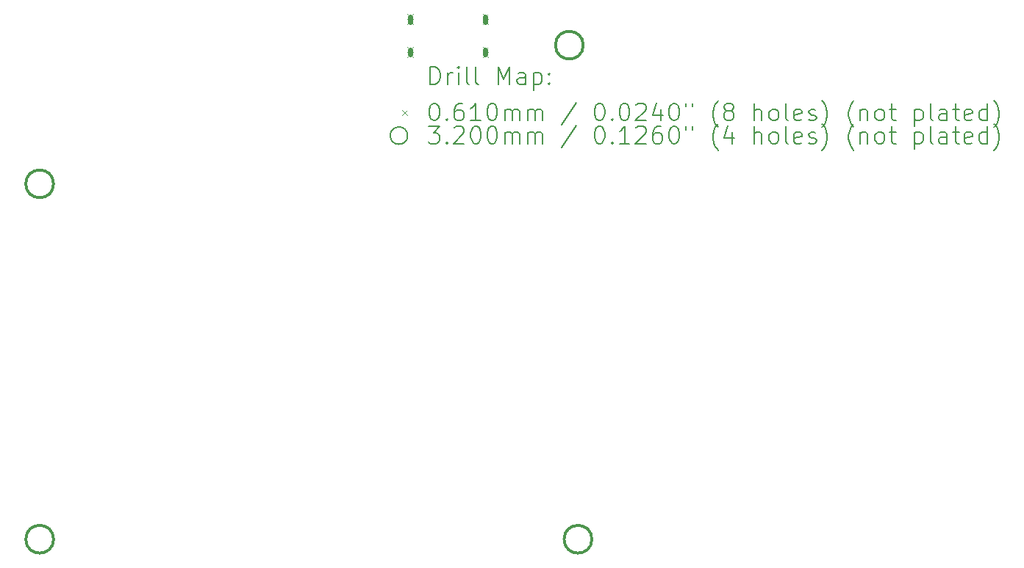
<source format=gbr>
%TF.GenerationSoftware,KiCad,Pcbnew,8.0.6*%
%TF.CreationDate,2025-02-02T12:34:47-05:00*%
%TF.ProjectId,Electrical schematic,456c6563-7472-4696-9361-6c2073636865,rev?*%
%TF.SameCoordinates,Original*%
%TF.FileFunction,Drillmap*%
%TF.FilePolarity,Positive*%
%FSLAX45Y45*%
G04 Gerber Fmt 4.5, Leading zero omitted, Abs format (unit mm)*
G04 Created by KiCad (PCBNEW 8.0.6) date 2025-02-02 12:34:47*
%MOMM*%
%LPD*%
G01*
G04 APERTURE LIST*
%ADD10C,0.609600*%
%ADD11C,0.200000*%
%ADD12C,0.100000*%
%ADD13C,0.320000*%
G04 APERTURE END LIST*
D10*
X15468000Y-8070790D02*
X15468000Y-8129210D01*
X15468000Y-8450790D02*
X15468000Y-8509210D01*
X16332000Y-8070790D02*
X16332000Y-8129210D01*
X16332000Y-8450790D02*
X16332000Y-8509210D01*
D11*
D12*
X15437520Y-8040310D02*
X15498480Y-8101270D01*
X15498480Y-8040310D02*
X15437520Y-8101270D01*
X15437520Y-8098730D02*
X15498480Y-8159690D01*
X15498480Y-8098730D02*
X15437520Y-8159690D01*
X15437520Y-8420310D02*
X15498480Y-8481270D01*
X15498480Y-8420310D02*
X15437520Y-8481270D01*
X15437520Y-8478730D02*
X15498480Y-8539690D01*
X15498480Y-8478730D02*
X15437520Y-8539690D01*
X16301520Y-8040310D02*
X16362480Y-8101270D01*
X16362480Y-8040310D02*
X16301520Y-8101270D01*
X16301520Y-8098730D02*
X16362480Y-8159690D01*
X16362480Y-8098730D02*
X16301520Y-8159690D01*
X16301520Y-8420310D02*
X16362480Y-8481270D01*
X16362480Y-8420310D02*
X16301520Y-8481270D01*
X16301520Y-8478730D02*
X16362480Y-8539690D01*
X16362480Y-8478730D02*
X16301520Y-8539690D01*
D13*
X11360000Y-10000000D02*
G75*
G02*
X11040000Y-10000000I-160000J0D01*
G01*
X11040000Y-10000000D02*
G75*
G02*
X11360000Y-10000000I160000J0D01*
G01*
X11360000Y-14100000D02*
G75*
G02*
X11040000Y-14100000I-160000J0D01*
G01*
X11040000Y-14100000D02*
G75*
G02*
X11360000Y-14100000I160000J0D01*
G01*
X17460000Y-8400000D02*
G75*
G02*
X17140000Y-8400000I-160000J0D01*
G01*
X17140000Y-8400000D02*
G75*
G02*
X17460000Y-8400000I160000J0D01*
G01*
X17560000Y-14100000D02*
G75*
G02*
X17240000Y-14100000I-160000J0D01*
G01*
X17240000Y-14100000D02*
G75*
G02*
X17560000Y-14100000I160000J0D01*
G01*
D11*
X15698297Y-8851174D02*
X15698297Y-8651174D01*
X15698297Y-8651174D02*
X15745916Y-8651174D01*
X15745916Y-8651174D02*
X15774487Y-8660698D01*
X15774487Y-8660698D02*
X15793535Y-8679745D01*
X15793535Y-8679745D02*
X15803059Y-8698793D01*
X15803059Y-8698793D02*
X15812582Y-8736888D01*
X15812582Y-8736888D02*
X15812582Y-8765459D01*
X15812582Y-8765459D02*
X15803059Y-8803555D01*
X15803059Y-8803555D02*
X15793535Y-8822602D01*
X15793535Y-8822602D02*
X15774487Y-8841650D01*
X15774487Y-8841650D02*
X15745916Y-8851174D01*
X15745916Y-8851174D02*
X15698297Y-8851174D01*
X15898297Y-8851174D02*
X15898297Y-8717840D01*
X15898297Y-8755936D02*
X15907821Y-8736888D01*
X15907821Y-8736888D02*
X15917344Y-8727364D01*
X15917344Y-8727364D02*
X15936392Y-8717840D01*
X15936392Y-8717840D02*
X15955440Y-8717840D01*
X16022106Y-8851174D02*
X16022106Y-8717840D01*
X16022106Y-8651174D02*
X16012582Y-8660698D01*
X16012582Y-8660698D02*
X16022106Y-8670221D01*
X16022106Y-8670221D02*
X16031630Y-8660698D01*
X16031630Y-8660698D02*
X16022106Y-8651174D01*
X16022106Y-8651174D02*
X16022106Y-8670221D01*
X16145916Y-8851174D02*
X16126868Y-8841650D01*
X16126868Y-8841650D02*
X16117344Y-8822602D01*
X16117344Y-8822602D02*
X16117344Y-8651174D01*
X16250678Y-8851174D02*
X16231630Y-8841650D01*
X16231630Y-8841650D02*
X16222106Y-8822602D01*
X16222106Y-8822602D02*
X16222106Y-8651174D01*
X16479249Y-8851174D02*
X16479249Y-8651174D01*
X16479249Y-8651174D02*
X16545916Y-8794031D01*
X16545916Y-8794031D02*
X16612582Y-8651174D01*
X16612582Y-8651174D02*
X16612582Y-8851174D01*
X16793535Y-8851174D02*
X16793535Y-8746412D01*
X16793535Y-8746412D02*
X16784011Y-8727364D01*
X16784011Y-8727364D02*
X16764963Y-8717840D01*
X16764963Y-8717840D02*
X16726868Y-8717840D01*
X16726868Y-8717840D02*
X16707821Y-8727364D01*
X16793535Y-8841650D02*
X16774487Y-8851174D01*
X16774487Y-8851174D02*
X16726868Y-8851174D01*
X16726868Y-8851174D02*
X16707821Y-8841650D01*
X16707821Y-8841650D02*
X16698297Y-8822602D01*
X16698297Y-8822602D02*
X16698297Y-8803555D01*
X16698297Y-8803555D02*
X16707821Y-8784507D01*
X16707821Y-8784507D02*
X16726868Y-8774983D01*
X16726868Y-8774983D02*
X16774487Y-8774983D01*
X16774487Y-8774983D02*
X16793535Y-8765459D01*
X16888773Y-8717840D02*
X16888773Y-8917840D01*
X16888773Y-8727364D02*
X16907821Y-8717840D01*
X16907821Y-8717840D02*
X16945916Y-8717840D01*
X16945916Y-8717840D02*
X16964964Y-8727364D01*
X16964964Y-8727364D02*
X16974487Y-8736888D01*
X16974487Y-8736888D02*
X16984011Y-8755936D01*
X16984011Y-8755936D02*
X16984011Y-8813078D01*
X16984011Y-8813078D02*
X16974487Y-8832126D01*
X16974487Y-8832126D02*
X16964964Y-8841650D01*
X16964964Y-8841650D02*
X16945916Y-8851174D01*
X16945916Y-8851174D02*
X16907821Y-8851174D01*
X16907821Y-8851174D02*
X16888773Y-8841650D01*
X17069725Y-8832126D02*
X17079249Y-8841650D01*
X17079249Y-8841650D02*
X17069725Y-8851174D01*
X17069725Y-8851174D02*
X17060202Y-8841650D01*
X17060202Y-8841650D02*
X17069725Y-8832126D01*
X17069725Y-8832126D02*
X17069725Y-8851174D01*
X17069725Y-8727364D02*
X17079249Y-8736888D01*
X17079249Y-8736888D02*
X17069725Y-8746412D01*
X17069725Y-8746412D02*
X17060202Y-8736888D01*
X17060202Y-8736888D02*
X17069725Y-8727364D01*
X17069725Y-8727364D02*
X17069725Y-8746412D01*
D12*
X15376560Y-9149210D02*
X15437520Y-9210170D01*
X15437520Y-9149210D02*
X15376560Y-9210170D01*
D11*
X15736392Y-9071174D02*
X15755440Y-9071174D01*
X15755440Y-9071174D02*
X15774487Y-9080698D01*
X15774487Y-9080698D02*
X15784011Y-9090221D01*
X15784011Y-9090221D02*
X15793535Y-9109269D01*
X15793535Y-9109269D02*
X15803059Y-9147364D01*
X15803059Y-9147364D02*
X15803059Y-9194983D01*
X15803059Y-9194983D02*
X15793535Y-9233078D01*
X15793535Y-9233078D02*
X15784011Y-9252126D01*
X15784011Y-9252126D02*
X15774487Y-9261650D01*
X15774487Y-9261650D02*
X15755440Y-9271174D01*
X15755440Y-9271174D02*
X15736392Y-9271174D01*
X15736392Y-9271174D02*
X15717344Y-9261650D01*
X15717344Y-9261650D02*
X15707821Y-9252126D01*
X15707821Y-9252126D02*
X15698297Y-9233078D01*
X15698297Y-9233078D02*
X15688773Y-9194983D01*
X15688773Y-9194983D02*
X15688773Y-9147364D01*
X15688773Y-9147364D02*
X15698297Y-9109269D01*
X15698297Y-9109269D02*
X15707821Y-9090221D01*
X15707821Y-9090221D02*
X15717344Y-9080698D01*
X15717344Y-9080698D02*
X15736392Y-9071174D01*
X15888773Y-9252126D02*
X15898297Y-9261650D01*
X15898297Y-9261650D02*
X15888773Y-9271174D01*
X15888773Y-9271174D02*
X15879249Y-9261650D01*
X15879249Y-9261650D02*
X15888773Y-9252126D01*
X15888773Y-9252126D02*
X15888773Y-9271174D01*
X16069725Y-9071174D02*
X16031630Y-9071174D01*
X16031630Y-9071174D02*
X16012582Y-9080698D01*
X16012582Y-9080698D02*
X16003059Y-9090221D01*
X16003059Y-9090221D02*
X15984011Y-9118793D01*
X15984011Y-9118793D02*
X15974487Y-9156888D01*
X15974487Y-9156888D02*
X15974487Y-9233078D01*
X15974487Y-9233078D02*
X15984011Y-9252126D01*
X15984011Y-9252126D02*
X15993535Y-9261650D01*
X15993535Y-9261650D02*
X16012582Y-9271174D01*
X16012582Y-9271174D02*
X16050678Y-9271174D01*
X16050678Y-9271174D02*
X16069725Y-9261650D01*
X16069725Y-9261650D02*
X16079249Y-9252126D01*
X16079249Y-9252126D02*
X16088773Y-9233078D01*
X16088773Y-9233078D02*
X16088773Y-9185459D01*
X16088773Y-9185459D02*
X16079249Y-9166412D01*
X16079249Y-9166412D02*
X16069725Y-9156888D01*
X16069725Y-9156888D02*
X16050678Y-9147364D01*
X16050678Y-9147364D02*
X16012582Y-9147364D01*
X16012582Y-9147364D02*
X15993535Y-9156888D01*
X15993535Y-9156888D02*
X15984011Y-9166412D01*
X15984011Y-9166412D02*
X15974487Y-9185459D01*
X16279249Y-9271174D02*
X16164963Y-9271174D01*
X16222106Y-9271174D02*
X16222106Y-9071174D01*
X16222106Y-9071174D02*
X16203059Y-9099745D01*
X16203059Y-9099745D02*
X16184011Y-9118793D01*
X16184011Y-9118793D02*
X16164963Y-9128317D01*
X16403059Y-9071174D02*
X16422106Y-9071174D01*
X16422106Y-9071174D02*
X16441154Y-9080698D01*
X16441154Y-9080698D02*
X16450678Y-9090221D01*
X16450678Y-9090221D02*
X16460202Y-9109269D01*
X16460202Y-9109269D02*
X16469725Y-9147364D01*
X16469725Y-9147364D02*
X16469725Y-9194983D01*
X16469725Y-9194983D02*
X16460202Y-9233078D01*
X16460202Y-9233078D02*
X16450678Y-9252126D01*
X16450678Y-9252126D02*
X16441154Y-9261650D01*
X16441154Y-9261650D02*
X16422106Y-9271174D01*
X16422106Y-9271174D02*
X16403059Y-9271174D01*
X16403059Y-9271174D02*
X16384011Y-9261650D01*
X16384011Y-9261650D02*
X16374487Y-9252126D01*
X16374487Y-9252126D02*
X16364963Y-9233078D01*
X16364963Y-9233078D02*
X16355440Y-9194983D01*
X16355440Y-9194983D02*
X16355440Y-9147364D01*
X16355440Y-9147364D02*
X16364963Y-9109269D01*
X16364963Y-9109269D02*
X16374487Y-9090221D01*
X16374487Y-9090221D02*
X16384011Y-9080698D01*
X16384011Y-9080698D02*
X16403059Y-9071174D01*
X16555440Y-9271174D02*
X16555440Y-9137840D01*
X16555440Y-9156888D02*
X16564963Y-9147364D01*
X16564963Y-9147364D02*
X16584011Y-9137840D01*
X16584011Y-9137840D02*
X16612583Y-9137840D01*
X16612583Y-9137840D02*
X16631630Y-9147364D01*
X16631630Y-9147364D02*
X16641154Y-9166412D01*
X16641154Y-9166412D02*
X16641154Y-9271174D01*
X16641154Y-9166412D02*
X16650678Y-9147364D01*
X16650678Y-9147364D02*
X16669725Y-9137840D01*
X16669725Y-9137840D02*
X16698297Y-9137840D01*
X16698297Y-9137840D02*
X16717344Y-9147364D01*
X16717344Y-9147364D02*
X16726868Y-9166412D01*
X16726868Y-9166412D02*
X16726868Y-9271174D01*
X16822106Y-9271174D02*
X16822106Y-9137840D01*
X16822106Y-9156888D02*
X16831630Y-9147364D01*
X16831630Y-9147364D02*
X16850678Y-9137840D01*
X16850678Y-9137840D02*
X16879249Y-9137840D01*
X16879249Y-9137840D02*
X16898297Y-9147364D01*
X16898297Y-9147364D02*
X16907821Y-9166412D01*
X16907821Y-9166412D02*
X16907821Y-9271174D01*
X16907821Y-9166412D02*
X16917345Y-9147364D01*
X16917345Y-9147364D02*
X16936392Y-9137840D01*
X16936392Y-9137840D02*
X16964964Y-9137840D01*
X16964964Y-9137840D02*
X16984011Y-9147364D01*
X16984011Y-9147364D02*
X16993535Y-9166412D01*
X16993535Y-9166412D02*
X16993535Y-9271174D01*
X17384011Y-9061650D02*
X17212583Y-9318793D01*
X17641154Y-9071174D02*
X17660202Y-9071174D01*
X17660202Y-9071174D02*
X17679249Y-9080698D01*
X17679249Y-9080698D02*
X17688773Y-9090221D01*
X17688773Y-9090221D02*
X17698297Y-9109269D01*
X17698297Y-9109269D02*
X17707821Y-9147364D01*
X17707821Y-9147364D02*
X17707821Y-9194983D01*
X17707821Y-9194983D02*
X17698297Y-9233078D01*
X17698297Y-9233078D02*
X17688773Y-9252126D01*
X17688773Y-9252126D02*
X17679249Y-9261650D01*
X17679249Y-9261650D02*
X17660202Y-9271174D01*
X17660202Y-9271174D02*
X17641154Y-9271174D01*
X17641154Y-9271174D02*
X17622107Y-9261650D01*
X17622107Y-9261650D02*
X17612583Y-9252126D01*
X17612583Y-9252126D02*
X17603059Y-9233078D01*
X17603059Y-9233078D02*
X17593535Y-9194983D01*
X17593535Y-9194983D02*
X17593535Y-9147364D01*
X17593535Y-9147364D02*
X17603059Y-9109269D01*
X17603059Y-9109269D02*
X17612583Y-9090221D01*
X17612583Y-9090221D02*
X17622107Y-9080698D01*
X17622107Y-9080698D02*
X17641154Y-9071174D01*
X17793535Y-9252126D02*
X17803059Y-9261650D01*
X17803059Y-9261650D02*
X17793535Y-9271174D01*
X17793535Y-9271174D02*
X17784011Y-9261650D01*
X17784011Y-9261650D02*
X17793535Y-9252126D01*
X17793535Y-9252126D02*
X17793535Y-9271174D01*
X17926868Y-9071174D02*
X17945916Y-9071174D01*
X17945916Y-9071174D02*
X17964964Y-9080698D01*
X17964964Y-9080698D02*
X17974488Y-9090221D01*
X17974488Y-9090221D02*
X17984011Y-9109269D01*
X17984011Y-9109269D02*
X17993535Y-9147364D01*
X17993535Y-9147364D02*
X17993535Y-9194983D01*
X17993535Y-9194983D02*
X17984011Y-9233078D01*
X17984011Y-9233078D02*
X17974488Y-9252126D01*
X17974488Y-9252126D02*
X17964964Y-9261650D01*
X17964964Y-9261650D02*
X17945916Y-9271174D01*
X17945916Y-9271174D02*
X17926868Y-9271174D01*
X17926868Y-9271174D02*
X17907821Y-9261650D01*
X17907821Y-9261650D02*
X17898297Y-9252126D01*
X17898297Y-9252126D02*
X17888773Y-9233078D01*
X17888773Y-9233078D02*
X17879249Y-9194983D01*
X17879249Y-9194983D02*
X17879249Y-9147364D01*
X17879249Y-9147364D02*
X17888773Y-9109269D01*
X17888773Y-9109269D02*
X17898297Y-9090221D01*
X17898297Y-9090221D02*
X17907821Y-9080698D01*
X17907821Y-9080698D02*
X17926868Y-9071174D01*
X18069726Y-9090221D02*
X18079249Y-9080698D01*
X18079249Y-9080698D02*
X18098297Y-9071174D01*
X18098297Y-9071174D02*
X18145916Y-9071174D01*
X18145916Y-9071174D02*
X18164964Y-9080698D01*
X18164964Y-9080698D02*
X18174488Y-9090221D01*
X18174488Y-9090221D02*
X18184011Y-9109269D01*
X18184011Y-9109269D02*
X18184011Y-9128317D01*
X18184011Y-9128317D02*
X18174488Y-9156888D01*
X18174488Y-9156888D02*
X18060202Y-9271174D01*
X18060202Y-9271174D02*
X18184011Y-9271174D01*
X18355440Y-9137840D02*
X18355440Y-9271174D01*
X18307821Y-9061650D02*
X18260202Y-9204507D01*
X18260202Y-9204507D02*
X18384011Y-9204507D01*
X18498297Y-9071174D02*
X18517345Y-9071174D01*
X18517345Y-9071174D02*
X18536392Y-9080698D01*
X18536392Y-9080698D02*
X18545916Y-9090221D01*
X18545916Y-9090221D02*
X18555440Y-9109269D01*
X18555440Y-9109269D02*
X18564964Y-9147364D01*
X18564964Y-9147364D02*
X18564964Y-9194983D01*
X18564964Y-9194983D02*
X18555440Y-9233078D01*
X18555440Y-9233078D02*
X18545916Y-9252126D01*
X18545916Y-9252126D02*
X18536392Y-9261650D01*
X18536392Y-9261650D02*
X18517345Y-9271174D01*
X18517345Y-9271174D02*
X18498297Y-9271174D01*
X18498297Y-9271174D02*
X18479249Y-9261650D01*
X18479249Y-9261650D02*
X18469726Y-9252126D01*
X18469726Y-9252126D02*
X18460202Y-9233078D01*
X18460202Y-9233078D02*
X18450678Y-9194983D01*
X18450678Y-9194983D02*
X18450678Y-9147364D01*
X18450678Y-9147364D02*
X18460202Y-9109269D01*
X18460202Y-9109269D02*
X18469726Y-9090221D01*
X18469726Y-9090221D02*
X18479249Y-9080698D01*
X18479249Y-9080698D02*
X18498297Y-9071174D01*
X18641154Y-9071174D02*
X18641154Y-9109269D01*
X18717345Y-9071174D02*
X18717345Y-9109269D01*
X19012583Y-9347364D02*
X19003059Y-9337840D01*
X19003059Y-9337840D02*
X18984011Y-9309269D01*
X18984011Y-9309269D02*
X18974488Y-9290221D01*
X18974488Y-9290221D02*
X18964964Y-9261650D01*
X18964964Y-9261650D02*
X18955440Y-9214031D01*
X18955440Y-9214031D02*
X18955440Y-9175936D01*
X18955440Y-9175936D02*
X18964964Y-9128317D01*
X18964964Y-9128317D02*
X18974488Y-9099745D01*
X18974488Y-9099745D02*
X18984011Y-9080698D01*
X18984011Y-9080698D02*
X19003059Y-9052126D01*
X19003059Y-9052126D02*
X19012583Y-9042602D01*
X19117345Y-9156888D02*
X19098297Y-9147364D01*
X19098297Y-9147364D02*
X19088773Y-9137840D01*
X19088773Y-9137840D02*
X19079250Y-9118793D01*
X19079250Y-9118793D02*
X19079250Y-9109269D01*
X19079250Y-9109269D02*
X19088773Y-9090221D01*
X19088773Y-9090221D02*
X19098297Y-9080698D01*
X19098297Y-9080698D02*
X19117345Y-9071174D01*
X19117345Y-9071174D02*
X19155440Y-9071174D01*
X19155440Y-9071174D02*
X19174488Y-9080698D01*
X19174488Y-9080698D02*
X19184011Y-9090221D01*
X19184011Y-9090221D02*
X19193535Y-9109269D01*
X19193535Y-9109269D02*
X19193535Y-9118793D01*
X19193535Y-9118793D02*
X19184011Y-9137840D01*
X19184011Y-9137840D02*
X19174488Y-9147364D01*
X19174488Y-9147364D02*
X19155440Y-9156888D01*
X19155440Y-9156888D02*
X19117345Y-9156888D01*
X19117345Y-9156888D02*
X19098297Y-9166412D01*
X19098297Y-9166412D02*
X19088773Y-9175936D01*
X19088773Y-9175936D02*
X19079250Y-9194983D01*
X19079250Y-9194983D02*
X19079250Y-9233078D01*
X19079250Y-9233078D02*
X19088773Y-9252126D01*
X19088773Y-9252126D02*
X19098297Y-9261650D01*
X19098297Y-9261650D02*
X19117345Y-9271174D01*
X19117345Y-9271174D02*
X19155440Y-9271174D01*
X19155440Y-9271174D02*
X19174488Y-9261650D01*
X19174488Y-9261650D02*
X19184011Y-9252126D01*
X19184011Y-9252126D02*
X19193535Y-9233078D01*
X19193535Y-9233078D02*
X19193535Y-9194983D01*
X19193535Y-9194983D02*
X19184011Y-9175936D01*
X19184011Y-9175936D02*
X19174488Y-9166412D01*
X19174488Y-9166412D02*
X19155440Y-9156888D01*
X19431631Y-9271174D02*
X19431631Y-9071174D01*
X19517345Y-9271174D02*
X19517345Y-9166412D01*
X19517345Y-9166412D02*
X19507821Y-9147364D01*
X19507821Y-9147364D02*
X19488773Y-9137840D01*
X19488773Y-9137840D02*
X19460202Y-9137840D01*
X19460202Y-9137840D02*
X19441154Y-9147364D01*
X19441154Y-9147364D02*
X19431631Y-9156888D01*
X19641154Y-9271174D02*
X19622107Y-9261650D01*
X19622107Y-9261650D02*
X19612583Y-9252126D01*
X19612583Y-9252126D02*
X19603059Y-9233078D01*
X19603059Y-9233078D02*
X19603059Y-9175936D01*
X19603059Y-9175936D02*
X19612583Y-9156888D01*
X19612583Y-9156888D02*
X19622107Y-9147364D01*
X19622107Y-9147364D02*
X19641154Y-9137840D01*
X19641154Y-9137840D02*
X19669726Y-9137840D01*
X19669726Y-9137840D02*
X19688773Y-9147364D01*
X19688773Y-9147364D02*
X19698297Y-9156888D01*
X19698297Y-9156888D02*
X19707821Y-9175936D01*
X19707821Y-9175936D02*
X19707821Y-9233078D01*
X19707821Y-9233078D02*
X19698297Y-9252126D01*
X19698297Y-9252126D02*
X19688773Y-9261650D01*
X19688773Y-9261650D02*
X19669726Y-9271174D01*
X19669726Y-9271174D02*
X19641154Y-9271174D01*
X19822107Y-9271174D02*
X19803059Y-9261650D01*
X19803059Y-9261650D02*
X19793535Y-9242602D01*
X19793535Y-9242602D02*
X19793535Y-9071174D01*
X19974488Y-9261650D02*
X19955440Y-9271174D01*
X19955440Y-9271174D02*
X19917345Y-9271174D01*
X19917345Y-9271174D02*
X19898297Y-9261650D01*
X19898297Y-9261650D02*
X19888773Y-9242602D01*
X19888773Y-9242602D02*
X19888773Y-9166412D01*
X19888773Y-9166412D02*
X19898297Y-9147364D01*
X19898297Y-9147364D02*
X19917345Y-9137840D01*
X19917345Y-9137840D02*
X19955440Y-9137840D01*
X19955440Y-9137840D02*
X19974488Y-9147364D01*
X19974488Y-9147364D02*
X19984012Y-9166412D01*
X19984012Y-9166412D02*
X19984012Y-9185459D01*
X19984012Y-9185459D02*
X19888773Y-9204507D01*
X20060202Y-9261650D02*
X20079250Y-9271174D01*
X20079250Y-9271174D02*
X20117345Y-9271174D01*
X20117345Y-9271174D02*
X20136393Y-9261650D01*
X20136393Y-9261650D02*
X20145916Y-9242602D01*
X20145916Y-9242602D02*
X20145916Y-9233078D01*
X20145916Y-9233078D02*
X20136393Y-9214031D01*
X20136393Y-9214031D02*
X20117345Y-9204507D01*
X20117345Y-9204507D02*
X20088773Y-9204507D01*
X20088773Y-9204507D02*
X20069726Y-9194983D01*
X20069726Y-9194983D02*
X20060202Y-9175936D01*
X20060202Y-9175936D02*
X20060202Y-9166412D01*
X20060202Y-9166412D02*
X20069726Y-9147364D01*
X20069726Y-9147364D02*
X20088773Y-9137840D01*
X20088773Y-9137840D02*
X20117345Y-9137840D01*
X20117345Y-9137840D02*
X20136393Y-9147364D01*
X20212583Y-9347364D02*
X20222107Y-9337840D01*
X20222107Y-9337840D02*
X20241154Y-9309269D01*
X20241154Y-9309269D02*
X20250678Y-9290221D01*
X20250678Y-9290221D02*
X20260202Y-9261650D01*
X20260202Y-9261650D02*
X20269726Y-9214031D01*
X20269726Y-9214031D02*
X20269726Y-9175936D01*
X20269726Y-9175936D02*
X20260202Y-9128317D01*
X20260202Y-9128317D02*
X20250678Y-9099745D01*
X20250678Y-9099745D02*
X20241154Y-9080698D01*
X20241154Y-9080698D02*
X20222107Y-9052126D01*
X20222107Y-9052126D02*
X20212583Y-9042602D01*
X20574488Y-9347364D02*
X20564964Y-9337840D01*
X20564964Y-9337840D02*
X20545916Y-9309269D01*
X20545916Y-9309269D02*
X20536393Y-9290221D01*
X20536393Y-9290221D02*
X20526869Y-9261650D01*
X20526869Y-9261650D02*
X20517345Y-9214031D01*
X20517345Y-9214031D02*
X20517345Y-9175936D01*
X20517345Y-9175936D02*
X20526869Y-9128317D01*
X20526869Y-9128317D02*
X20536393Y-9099745D01*
X20536393Y-9099745D02*
X20545916Y-9080698D01*
X20545916Y-9080698D02*
X20564964Y-9052126D01*
X20564964Y-9052126D02*
X20574488Y-9042602D01*
X20650678Y-9137840D02*
X20650678Y-9271174D01*
X20650678Y-9156888D02*
X20660202Y-9147364D01*
X20660202Y-9147364D02*
X20679250Y-9137840D01*
X20679250Y-9137840D02*
X20707821Y-9137840D01*
X20707821Y-9137840D02*
X20726869Y-9147364D01*
X20726869Y-9147364D02*
X20736393Y-9166412D01*
X20736393Y-9166412D02*
X20736393Y-9271174D01*
X20860202Y-9271174D02*
X20841154Y-9261650D01*
X20841154Y-9261650D02*
X20831631Y-9252126D01*
X20831631Y-9252126D02*
X20822107Y-9233078D01*
X20822107Y-9233078D02*
X20822107Y-9175936D01*
X20822107Y-9175936D02*
X20831631Y-9156888D01*
X20831631Y-9156888D02*
X20841154Y-9147364D01*
X20841154Y-9147364D02*
X20860202Y-9137840D01*
X20860202Y-9137840D02*
X20888774Y-9137840D01*
X20888774Y-9137840D02*
X20907821Y-9147364D01*
X20907821Y-9147364D02*
X20917345Y-9156888D01*
X20917345Y-9156888D02*
X20926869Y-9175936D01*
X20926869Y-9175936D02*
X20926869Y-9233078D01*
X20926869Y-9233078D02*
X20917345Y-9252126D01*
X20917345Y-9252126D02*
X20907821Y-9261650D01*
X20907821Y-9261650D02*
X20888774Y-9271174D01*
X20888774Y-9271174D02*
X20860202Y-9271174D01*
X20984012Y-9137840D02*
X21060202Y-9137840D01*
X21012583Y-9071174D02*
X21012583Y-9242602D01*
X21012583Y-9242602D02*
X21022107Y-9261650D01*
X21022107Y-9261650D02*
X21041154Y-9271174D01*
X21041154Y-9271174D02*
X21060202Y-9271174D01*
X21279250Y-9137840D02*
X21279250Y-9337840D01*
X21279250Y-9147364D02*
X21298297Y-9137840D01*
X21298297Y-9137840D02*
X21336393Y-9137840D01*
X21336393Y-9137840D02*
X21355440Y-9147364D01*
X21355440Y-9147364D02*
X21364964Y-9156888D01*
X21364964Y-9156888D02*
X21374488Y-9175936D01*
X21374488Y-9175936D02*
X21374488Y-9233078D01*
X21374488Y-9233078D02*
X21364964Y-9252126D01*
X21364964Y-9252126D02*
X21355440Y-9261650D01*
X21355440Y-9261650D02*
X21336393Y-9271174D01*
X21336393Y-9271174D02*
X21298297Y-9271174D01*
X21298297Y-9271174D02*
X21279250Y-9261650D01*
X21488774Y-9271174D02*
X21469726Y-9261650D01*
X21469726Y-9261650D02*
X21460202Y-9242602D01*
X21460202Y-9242602D02*
X21460202Y-9071174D01*
X21650678Y-9271174D02*
X21650678Y-9166412D01*
X21650678Y-9166412D02*
X21641155Y-9147364D01*
X21641155Y-9147364D02*
X21622107Y-9137840D01*
X21622107Y-9137840D02*
X21584012Y-9137840D01*
X21584012Y-9137840D02*
X21564964Y-9147364D01*
X21650678Y-9261650D02*
X21631631Y-9271174D01*
X21631631Y-9271174D02*
X21584012Y-9271174D01*
X21584012Y-9271174D02*
X21564964Y-9261650D01*
X21564964Y-9261650D02*
X21555440Y-9242602D01*
X21555440Y-9242602D02*
X21555440Y-9223555D01*
X21555440Y-9223555D02*
X21564964Y-9204507D01*
X21564964Y-9204507D02*
X21584012Y-9194983D01*
X21584012Y-9194983D02*
X21631631Y-9194983D01*
X21631631Y-9194983D02*
X21650678Y-9185459D01*
X21717345Y-9137840D02*
X21793535Y-9137840D01*
X21745916Y-9071174D02*
X21745916Y-9242602D01*
X21745916Y-9242602D02*
X21755440Y-9261650D01*
X21755440Y-9261650D02*
X21774488Y-9271174D01*
X21774488Y-9271174D02*
X21793535Y-9271174D01*
X21936393Y-9261650D02*
X21917345Y-9271174D01*
X21917345Y-9271174D02*
X21879250Y-9271174D01*
X21879250Y-9271174D02*
X21860202Y-9261650D01*
X21860202Y-9261650D02*
X21850678Y-9242602D01*
X21850678Y-9242602D02*
X21850678Y-9166412D01*
X21850678Y-9166412D02*
X21860202Y-9147364D01*
X21860202Y-9147364D02*
X21879250Y-9137840D01*
X21879250Y-9137840D02*
X21917345Y-9137840D01*
X21917345Y-9137840D02*
X21936393Y-9147364D01*
X21936393Y-9147364D02*
X21945916Y-9166412D01*
X21945916Y-9166412D02*
X21945916Y-9185459D01*
X21945916Y-9185459D02*
X21850678Y-9204507D01*
X22117345Y-9271174D02*
X22117345Y-9071174D01*
X22117345Y-9261650D02*
X22098297Y-9271174D01*
X22098297Y-9271174D02*
X22060202Y-9271174D01*
X22060202Y-9271174D02*
X22041155Y-9261650D01*
X22041155Y-9261650D02*
X22031631Y-9252126D01*
X22031631Y-9252126D02*
X22022107Y-9233078D01*
X22022107Y-9233078D02*
X22022107Y-9175936D01*
X22022107Y-9175936D02*
X22031631Y-9156888D01*
X22031631Y-9156888D02*
X22041155Y-9147364D01*
X22041155Y-9147364D02*
X22060202Y-9137840D01*
X22060202Y-9137840D02*
X22098297Y-9137840D01*
X22098297Y-9137840D02*
X22117345Y-9147364D01*
X22193536Y-9347364D02*
X22203059Y-9337840D01*
X22203059Y-9337840D02*
X22222107Y-9309269D01*
X22222107Y-9309269D02*
X22231631Y-9290221D01*
X22231631Y-9290221D02*
X22241155Y-9261650D01*
X22241155Y-9261650D02*
X22250678Y-9214031D01*
X22250678Y-9214031D02*
X22250678Y-9175936D01*
X22250678Y-9175936D02*
X22241155Y-9128317D01*
X22241155Y-9128317D02*
X22231631Y-9099745D01*
X22231631Y-9099745D02*
X22222107Y-9080698D01*
X22222107Y-9080698D02*
X22203059Y-9052126D01*
X22203059Y-9052126D02*
X22193536Y-9042602D01*
X15437520Y-9443690D02*
G75*
G02*
X15237520Y-9443690I-100000J0D01*
G01*
X15237520Y-9443690D02*
G75*
G02*
X15437520Y-9443690I100000J0D01*
G01*
X15679249Y-9335174D02*
X15803059Y-9335174D01*
X15803059Y-9335174D02*
X15736392Y-9411364D01*
X15736392Y-9411364D02*
X15764963Y-9411364D01*
X15764963Y-9411364D02*
X15784011Y-9420888D01*
X15784011Y-9420888D02*
X15793535Y-9430412D01*
X15793535Y-9430412D02*
X15803059Y-9449459D01*
X15803059Y-9449459D02*
X15803059Y-9497078D01*
X15803059Y-9497078D02*
X15793535Y-9516126D01*
X15793535Y-9516126D02*
X15784011Y-9525650D01*
X15784011Y-9525650D02*
X15764963Y-9535174D01*
X15764963Y-9535174D02*
X15707821Y-9535174D01*
X15707821Y-9535174D02*
X15688773Y-9525650D01*
X15688773Y-9525650D02*
X15679249Y-9516126D01*
X15888773Y-9516126D02*
X15898297Y-9525650D01*
X15898297Y-9525650D02*
X15888773Y-9535174D01*
X15888773Y-9535174D02*
X15879249Y-9525650D01*
X15879249Y-9525650D02*
X15888773Y-9516126D01*
X15888773Y-9516126D02*
X15888773Y-9535174D01*
X15974487Y-9354221D02*
X15984011Y-9344698D01*
X15984011Y-9344698D02*
X16003059Y-9335174D01*
X16003059Y-9335174D02*
X16050678Y-9335174D01*
X16050678Y-9335174D02*
X16069725Y-9344698D01*
X16069725Y-9344698D02*
X16079249Y-9354221D01*
X16079249Y-9354221D02*
X16088773Y-9373269D01*
X16088773Y-9373269D02*
X16088773Y-9392317D01*
X16088773Y-9392317D02*
X16079249Y-9420888D01*
X16079249Y-9420888D02*
X15964963Y-9535174D01*
X15964963Y-9535174D02*
X16088773Y-9535174D01*
X16212582Y-9335174D02*
X16231630Y-9335174D01*
X16231630Y-9335174D02*
X16250678Y-9344698D01*
X16250678Y-9344698D02*
X16260202Y-9354221D01*
X16260202Y-9354221D02*
X16269725Y-9373269D01*
X16269725Y-9373269D02*
X16279249Y-9411364D01*
X16279249Y-9411364D02*
X16279249Y-9458983D01*
X16279249Y-9458983D02*
X16269725Y-9497078D01*
X16269725Y-9497078D02*
X16260202Y-9516126D01*
X16260202Y-9516126D02*
X16250678Y-9525650D01*
X16250678Y-9525650D02*
X16231630Y-9535174D01*
X16231630Y-9535174D02*
X16212582Y-9535174D01*
X16212582Y-9535174D02*
X16193535Y-9525650D01*
X16193535Y-9525650D02*
X16184011Y-9516126D01*
X16184011Y-9516126D02*
X16174487Y-9497078D01*
X16174487Y-9497078D02*
X16164963Y-9458983D01*
X16164963Y-9458983D02*
X16164963Y-9411364D01*
X16164963Y-9411364D02*
X16174487Y-9373269D01*
X16174487Y-9373269D02*
X16184011Y-9354221D01*
X16184011Y-9354221D02*
X16193535Y-9344698D01*
X16193535Y-9344698D02*
X16212582Y-9335174D01*
X16403059Y-9335174D02*
X16422106Y-9335174D01*
X16422106Y-9335174D02*
X16441154Y-9344698D01*
X16441154Y-9344698D02*
X16450678Y-9354221D01*
X16450678Y-9354221D02*
X16460202Y-9373269D01*
X16460202Y-9373269D02*
X16469725Y-9411364D01*
X16469725Y-9411364D02*
X16469725Y-9458983D01*
X16469725Y-9458983D02*
X16460202Y-9497078D01*
X16460202Y-9497078D02*
X16450678Y-9516126D01*
X16450678Y-9516126D02*
X16441154Y-9525650D01*
X16441154Y-9525650D02*
X16422106Y-9535174D01*
X16422106Y-9535174D02*
X16403059Y-9535174D01*
X16403059Y-9535174D02*
X16384011Y-9525650D01*
X16384011Y-9525650D02*
X16374487Y-9516126D01*
X16374487Y-9516126D02*
X16364963Y-9497078D01*
X16364963Y-9497078D02*
X16355440Y-9458983D01*
X16355440Y-9458983D02*
X16355440Y-9411364D01*
X16355440Y-9411364D02*
X16364963Y-9373269D01*
X16364963Y-9373269D02*
X16374487Y-9354221D01*
X16374487Y-9354221D02*
X16384011Y-9344698D01*
X16384011Y-9344698D02*
X16403059Y-9335174D01*
X16555440Y-9535174D02*
X16555440Y-9401840D01*
X16555440Y-9420888D02*
X16564963Y-9411364D01*
X16564963Y-9411364D02*
X16584011Y-9401840D01*
X16584011Y-9401840D02*
X16612583Y-9401840D01*
X16612583Y-9401840D02*
X16631630Y-9411364D01*
X16631630Y-9411364D02*
X16641154Y-9430412D01*
X16641154Y-9430412D02*
X16641154Y-9535174D01*
X16641154Y-9430412D02*
X16650678Y-9411364D01*
X16650678Y-9411364D02*
X16669725Y-9401840D01*
X16669725Y-9401840D02*
X16698297Y-9401840D01*
X16698297Y-9401840D02*
X16717344Y-9411364D01*
X16717344Y-9411364D02*
X16726868Y-9430412D01*
X16726868Y-9430412D02*
X16726868Y-9535174D01*
X16822106Y-9535174D02*
X16822106Y-9401840D01*
X16822106Y-9420888D02*
X16831630Y-9411364D01*
X16831630Y-9411364D02*
X16850678Y-9401840D01*
X16850678Y-9401840D02*
X16879249Y-9401840D01*
X16879249Y-9401840D02*
X16898297Y-9411364D01*
X16898297Y-9411364D02*
X16907821Y-9430412D01*
X16907821Y-9430412D02*
X16907821Y-9535174D01*
X16907821Y-9430412D02*
X16917345Y-9411364D01*
X16917345Y-9411364D02*
X16936392Y-9401840D01*
X16936392Y-9401840D02*
X16964964Y-9401840D01*
X16964964Y-9401840D02*
X16984011Y-9411364D01*
X16984011Y-9411364D02*
X16993535Y-9430412D01*
X16993535Y-9430412D02*
X16993535Y-9535174D01*
X17384011Y-9325650D02*
X17212583Y-9582793D01*
X17641154Y-9335174D02*
X17660202Y-9335174D01*
X17660202Y-9335174D02*
X17679249Y-9344698D01*
X17679249Y-9344698D02*
X17688773Y-9354221D01*
X17688773Y-9354221D02*
X17698297Y-9373269D01*
X17698297Y-9373269D02*
X17707821Y-9411364D01*
X17707821Y-9411364D02*
X17707821Y-9458983D01*
X17707821Y-9458983D02*
X17698297Y-9497078D01*
X17698297Y-9497078D02*
X17688773Y-9516126D01*
X17688773Y-9516126D02*
X17679249Y-9525650D01*
X17679249Y-9525650D02*
X17660202Y-9535174D01*
X17660202Y-9535174D02*
X17641154Y-9535174D01*
X17641154Y-9535174D02*
X17622107Y-9525650D01*
X17622107Y-9525650D02*
X17612583Y-9516126D01*
X17612583Y-9516126D02*
X17603059Y-9497078D01*
X17603059Y-9497078D02*
X17593535Y-9458983D01*
X17593535Y-9458983D02*
X17593535Y-9411364D01*
X17593535Y-9411364D02*
X17603059Y-9373269D01*
X17603059Y-9373269D02*
X17612583Y-9354221D01*
X17612583Y-9354221D02*
X17622107Y-9344698D01*
X17622107Y-9344698D02*
X17641154Y-9335174D01*
X17793535Y-9516126D02*
X17803059Y-9525650D01*
X17803059Y-9525650D02*
X17793535Y-9535174D01*
X17793535Y-9535174D02*
X17784011Y-9525650D01*
X17784011Y-9525650D02*
X17793535Y-9516126D01*
X17793535Y-9516126D02*
X17793535Y-9535174D01*
X17993535Y-9535174D02*
X17879249Y-9535174D01*
X17936392Y-9535174D02*
X17936392Y-9335174D01*
X17936392Y-9335174D02*
X17917345Y-9363745D01*
X17917345Y-9363745D02*
X17898297Y-9382793D01*
X17898297Y-9382793D02*
X17879249Y-9392317D01*
X18069726Y-9354221D02*
X18079249Y-9344698D01*
X18079249Y-9344698D02*
X18098297Y-9335174D01*
X18098297Y-9335174D02*
X18145916Y-9335174D01*
X18145916Y-9335174D02*
X18164964Y-9344698D01*
X18164964Y-9344698D02*
X18174488Y-9354221D01*
X18174488Y-9354221D02*
X18184011Y-9373269D01*
X18184011Y-9373269D02*
X18184011Y-9392317D01*
X18184011Y-9392317D02*
X18174488Y-9420888D01*
X18174488Y-9420888D02*
X18060202Y-9535174D01*
X18060202Y-9535174D02*
X18184011Y-9535174D01*
X18355440Y-9335174D02*
X18317345Y-9335174D01*
X18317345Y-9335174D02*
X18298297Y-9344698D01*
X18298297Y-9344698D02*
X18288773Y-9354221D01*
X18288773Y-9354221D02*
X18269726Y-9382793D01*
X18269726Y-9382793D02*
X18260202Y-9420888D01*
X18260202Y-9420888D02*
X18260202Y-9497078D01*
X18260202Y-9497078D02*
X18269726Y-9516126D01*
X18269726Y-9516126D02*
X18279249Y-9525650D01*
X18279249Y-9525650D02*
X18298297Y-9535174D01*
X18298297Y-9535174D02*
X18336392Y-9535174D01*
X18336392Y-9535174D02*
X18355440Y-9525650D01*
X18355440Y-9525650D02*
X18364964Y-9516126D01*
X18364964Y-9516126D02*
X18374488Y-9497078D01*
X18374488Y-9497078D02*
X18374488Y-9449459D01*
X18374488Y-9449459D02*
X18364964Y-9430412D01*
X18364964Y-9430412D02*
X18355440Y-9420888D01*
X18355440Y-9420888D02*
X18336392Y-9411364D01*
X18336392Y-9411364D02*
X18298297Y-9411364D01*
X18298297Y-9411364D02*
X18279249Y-9420888D01*
X18279249Y-9420888D02*
X18269726Y-9430412D01*
X18269726Y-9430412D02*
X18260202Y-9449459D01*
X18498297Y-9335174D02*
X18517345Y-9335174D01*
X18517345Y-9335174D02*
X18536392Y-9344698D01*
X18536392Y-9344698D02*
X18545916Y-9354221D01*
X18545916Y-9354221D02*
X18555440Y-9373269D01*
X18555440Y-9373269D02*
X18564964Y-9411364D01*
X18564964Y-9411364D02*
X18564964Y-9458983D01*
X18564964Y-9458983D02*
X18555440Y-9497078D01*
X18555440Y-9497078D02*
X18545916Y-9516126D01*
X18545916Y-9516126D02*
X18536392Y-9525650D01*
X18536392Y-9525650D02*
X18517345Y-9535174D01*
X18517345Y-9535174D02*
X18498297Y-9535174D01*
X18498297Y-9535174D02*
X18479249Y-9525650D01*
X18479249Y-9525650D02*
X18469726Y-9516126D01*
X18469726Y-9516126D02*
X18460202Y-9497078D01*
X18460202Y-9497078D02*
X18450678Y-9458983D01*
X18450678Y-9458983D02*
X18450678Y-9411364D01*
X18450678Y-9411364D02*
X18460202Y-9373269D01*
X18460202Y-9373269D02*
X18469726Y-9354221D01*
X18469726Y-9354221D02*
X18479249Y-9344698D01*
X18479249Y-9344698D02*
X18498297Y-9335174D01*
X18641154Y-9335174D02*
X18641154Y-9373269D01*
X18717345Y-9335174D02*
X18717345Y-9373269D01*
X19012583Y-9611364D02*
X19003059Y-9601840D01*
X19003059Y-9601840D02*
X18984011Y-9573269D01*
X18984011Y-9573269D02*
X18974488Y-9554221D01*
X18974488Y-9554221D02*
X18964964Y-9525650D01*
X18964964Y-9525650D02*
X18955440Y-9478031D01*
X18955440Y-9478031D02*
X18955440Y-9439936D01*
X18955440Y-9439936D02*
X18964964Y-9392317D01*
X18964964Y-9392317D02*
X18974488Y-9363745D01*
X18974488Y-9363745D02*
X18984011Y-9344698D01*
X18984011Y-9344698D02*
X19003059Y-9316126D01*
X19003059Y-9316126D02*
X19012583Y-9306602D01*
X19174488Y-9401840D02*
X19174488Y-9535174D01*
X19126869Y-9325650D02*
X19079250Y-9468507D01*
X19079250Y-9468507D02*
X19203059Y-9468507D01*
X19431631Y-9535174D02*
X19431631Y-9335174D01*
X19517345Y-9535174D02*
X19517345Y-9430412D01*
X19517345Y-9430412D02*
X19507821Y-9411364D01*
X19507821Y-9411364D02*
X19488773Y-9401840D01*
X19488773Y-9401840D02*
X19460202Y-9401840D01*
X19460202Y-9401840D02*
X19441154Y-9411364D01*
X19441154Y-9411364D02*
X19431631Y-9420888D01*
X19641154Y-9535174D02*
X19622107Y-9525650D01*
X19622107Y-9525650D02*
X19612583Y-9516126D01*
X19612583Y-9516126D02*
X19603059Y-9497078D01*
X19603059Y-9497078D02*
X19603059Y-9439936D01*
X19603059Y-9439936D02*
X19612583Y-9420888D01*
X19612583Y-9420888D02*
X19622107Y-9411364D01*
X19622107Y-9411364D02*
X19641154Y-9401840D01*
X19641154Y-9401840D02*
X19669726Y-9401840D01*
X19669726Y-9401840D02*
X19688773Y-9411364D01*
X19688773Y-9411364D02*
X19698297Y-9420888D01*
X19698297Y-9420888D02*
X19707821Y-9439936D01*
X19707821Y-9439936D02*
X19707821Y-9497078D01*
X19707821Y-9497078D02*
X19698297Y-9516126D01*
X19698297Y-9516126D02*
X19688773Y-9525650D01*
X19688773Y-9525650D02*
X19669726Y-9535174D01*
X19669726Y-9535174D02*
X19641154Y-9535174D01*
X19822107Y-9535174D02*
X19803059Y-9525650D01*
X19803059Y-9525650D02*
X19793535Y-9506602D01*
X19793535Y-9506602D02*
X19793535Y-9335174D01*
X19974488Y-9525650D02*
X19955440Y-9535174D01*
X19955440Y-9535174D02*
X19917345Y-9535174D01*
X19917345Y-9535174D02*
X19898297Y-9525650D01*
X19898297Y-9525650D02*
X19888773Y-9506602D01*
X19888773Y-9506602D02*
X19888773Y-9430412D01*
X19888773Y-9430412D02*
X19898297Y-9411364D01*
X19898297Y-9411364D02*
X19917345Y-9401840D01*
X19917345Y-9401840D02*
X19955440Y-9401840D01*
X19955440Y-9401840D02*
X19974488Y-9411364D01*
X19974488Y-9411364D02*
X19984012Y-9430412D01*
X19984012Y-9430412D02*
X19984012Y-9449459D01*
X19984012Y-9449459D02*
X19888773Y-9468507D01*
X20060202Y-9525650D02*
X20079250Y-9535174D01*
X20079250Y-9535174D02*
X20117345Y-9535174D01*
X20117345Y-9535174D02*
X20136393Y-9525650D01*
X20136393Y-9525650D02*
X20145916Y-9506602D01*
X20145916Y-9506602D02*
X20145916Y-9497078D01*
X20145916Y-9497078D02*
X20136393Y-9478031D01*
X20136393Y-9478031D02*
X20117345Y-9468507D01*
X20117345Y-9468507D02*
X20088773Y-9468507D01*
X20088773Y-9468507D02*
X20069726Y-9458983D01*
X20069726Y-9458983D02*
X20060202Y-9439936D01*
X20060202Y-9439936D02*
X20060202Y-9430412D01*
X20060202Y-9430412D02*
X20069726Y-9411364D01*
X20069726Y-9411364D02*
X20088773Y-9401840D01*
X20088773Y-9401840D02*
X20117345Y-9401840D01*
X20117345Y-9401840D02*
X20136393Y-9411364D01*
X20212583Y-9611364D02*
X20222107Y-9601840D01*
X20222107Y-9601840D02*
X20241154Y-9573269D01*
X20241154Y-9573269D02*
X20250678Y-9554221D01*
X20250678Y-9554221D02*
X20260202Y-9525650D01*
X20260202Y-9525650D02*
X20269726Y-9478031D01*
X20269726Y-9478031D02*
X20269726Y-9439936D01*
X20269726Y-9439936D02*
X20260202Y-9392317D01*
X20260202Y-9392317D02*
X20250678Y-9363745D01*
X20250678Y-9363745D02*
X20241154Y-9344698D01*
X20241154Y-9344698D02*
X20222107Y-9316126D01*
X20222107Y-9316126D02*
X20212583Y-9306602D01*
X20574488Y-9611364D02*
X20564964Y-9601840D01*
X20564964Y-9601840D02*
X20545916Y-9573269D01*
X20545916Y-9573269D02*
X20536393Y-9554221D01*
X20536393Y-9554221D02*
X20526869Y-9525650D01*
X20526869Y-9525650D02*
X20517345Y-9478031D01*
X20517345Y-9478031D02*
X20517345Y-9439936D01*
X20517345Y-9439936D02*
X20526869Y-9392317D01*
X20526869Y-9392317D02*
X20536393Y-9363745D01*
X20536393Y-9363745D02*
X20545916Y-9344698D01*
X20545916Y-9344698D02*
X20564964Y-9316126D01*
X20564964Y-9316126D02*
X20574488Y-9306602D01*
X20650678Y-9401840D02*
X20650678Y-9535174D01*
X20650678Y-9420888D02*
X20660202Y-9411364D01*
X20660202Y-9411364D02*
X20679250Y-9401840D01*
X20679250Y-9401840D02*
X20707821Y-9401840D01*
X20707821Y-9401840D02*
X20726869Y-9411364D01*
X20726869Y-9411364D02*
X20736393Y-9430412D01*
X20736393Y-9430412D02*
X20736393Y-9535174D01*
X20860202Y-9535174D02*
X20841154Y-9525650D01*
X20841154Y-9525650D02*
X20831631Y-9516126D01*
X20831631Y-9516126D02*
X20822107Y-9497078D01*
X20822107Y-9497078D02*
X20822107Y-9439936D01*
X20822107Y-9439936D02*
X20831631Y-9420888D01*
X20831631Y-9420888D02*
X20841154Y-9411364D01*
X20841154Y-9411364D02*
X20860202Y-9401840D01*
X20860202Y-9401840D02*
X20888774Y-9401840D01*
X20888774Y-9401840D02*
X20907821Y-9411364D01*
X20907821Y-9411364D02*
X20917345Y-9420888D01*
X20917345Y-9420888D02*
X20926869Y-9439936D01*
X20926869Y-9439936D02*
X20926869Y-9497078D01*
X20926869Y-9497078D02*
X20917345Y-9516126D01*
X20917345Y-9516126D02*
X20907821Y-9525650D01*
X20907821Y-9525650D02*
X20888774Y-9535174D01*
X20888774Y-9535174D02*
X20860202Y-9535174D01*
X20984012Y-9401840D02*
X21060202Y-9401840D01*
X21012583Y-9335174D02*
X21012583Y-9506602D01*
X21012583Y-9506602D02*
X21022107Y-9525650D01*
X21022107Y-9525650D02*
X21041154Y-9535174D01*
X21041154Y-9535174D02*
X21060202Y-9535174D01*
X21279250Y-9401840D02*
X21279250Y-9601840D01*
X21279250Y-9411364D02*
X21298297Y-9401840D01*
X21298297Y-9401840D02*
X21336393Y-9401840D01*
X21336393Y-9401840D02*
X21355440Y-9411364D01*
X21355440Y-9411364D02*
X21364964Y-9420888D01*
X21364964Y-9420888D02*
X21374488Y-9439936D01*
X21374488Y-9439936D02*
X21374488Y-9497078D01*
X21374488Y-9497078D02*
X21364964Y-9516126D01*
X21364964Y-9516126D02*
X21355440Y-9525650D01*
X21355440Y-9525650D02*
X21336393Y-9535174D01*
X21336393Y-9535174D02*
X21298297Y-9535174D01*
X21298297Y-9535174D02*
X21279250Y-9525650D01*
X21488774Y-9535174D02*
X21469726Y-9525650D01*
X21469726Y-9525650D02*
X21460202Y-9506602D01*
X21460202Y-9506602D02*
X21460202Y-9335174D01*
X21650678Y-9535174D02*
X21650678Y-9430412D01*
X21650678Y-9430412D02*
X21641155Y-9411364D01*
X21641155Y-9411364D02*
X21622107Y-9401840D01*
X21622107Y-9401840D02*
X21584012Y-9401840D01*
X21584012Y-9401840D02*
X21564964Y-9411364D01*
X21650678Y-9525650D02*
X21631631Y-9535174D01*
X21631631Y-9535174D02*
X21584012Y-9535174D01*
X21584012Y-9535174D02*
X21564964Y-9525650D01*
X21564964Y-9525650D02*
X21555440Y-9506602D01*
X21555440Y-9506602D02*
X21555440Y-9487555D01*
X21555440Y-9487555D02*
X21564964Y-9468507D01*
X21564964Y-9468507D02*
X21584012Y-9458983D01*
X21584012Y-9458983D02*
X21631631Y-9458983D01*
X21631631Y-9458983D02*
X21650678Y-9449459D01*
X21717345Y-9401840D02*
X21793535Y-9401840D01*
X21745916Y-9335174D02*
X21745916Y-9506602D01*
X21745916Y-9506602D02*
X21755440Y-9525650D01*
X21755440Y-9525650D02*
X21774488Y-9535174D01*
X21774488Y-9535174D02*
X21793535Y-9535174D01*
X21936393Y-9525650D02*
X21917345Y-9535174D01*
X21917345Y-9535174D02*
X21879250Y-9535174D01*
X21879250Y-9535174D02*
X21860202Y-9525650D01*
X21860202Y-9525650D02*
X21850678Y-9506602D01*
X21850678Y-9506602D02*
X21850678Y-9430412D01*
X21850678Y-9430412D02*
X21860202Y-9411364D01*
X21860202Y-9411364D02*
X21879250Y-9401840D01*
X21879250Y-9401840D02*
X21917345Y-9401840D01*
X21917345Y-9401840D02*
X21936393Y-9411364D01*
X21936393Y-9411364D02*
X21945916Y-9430412D01*
X21945916Y-9430412D02*
X21945916Y-9449459D01*
X21945916Y-9449459D02*
X21850678Y-9468507D01*
X22117345Y-9535174D02*
X22117345Y-9335174D01*
X22117345Y-9525650D02*
X22098297Y-9535174D01*
X22098297Y-9535174D02*
X22060202Y-9535174D01*
X22060202Y-9535174D02*
X22041155Y-9525650D01*
X22041155Y-9525650D02*
X22031631Y-9516126D01*
X22031631Y-9516126D02*
X22022107Y-9497078D01*
X22022107Y-9497078D02*
X22022107Y-9439936D01*
X22022107Y-9439936D02*
X22031631Y-9420888D01*
X22031631Y-9420888D02*
X22041155Y-9411364D01*
X22041155Y-9411364D02*
X22060202Y-9401840D01*
X22060202Y-9401840D02*
X22098297Y-9401840D01*
X22098297Y-9401840D02*
X22117345Y-9411364D01*
X22193536Y-9611364D02*
X22203059Y-9601840D01*
X22203059Y-9601840D02*
X22222107Y-9573269D01*
X22222107Y-9573269D02*
X22231631Y-9554221D01*
X22231631Y-9554221D02*
X22241155Y-9525650D01*
X22241155Y-9525650D02*
X22250678Y-9478031D01*
X22250678Y-9478031D02*
X22250678Y-9439936D01*
X22250678Y-9439936D02*
X22241155Y-9392317D01*
X22241155Y-9392317D02*
X22231631Y-9363745D01*
X22231631Y-9363745D02*
X22222107Y-9344698D01*
X22222107Y-9344698D02*
X22203059Y-9316126D01*
X22203059Y-9316126D02*
X22193536Y-9306602D01*
M02*

</source>
